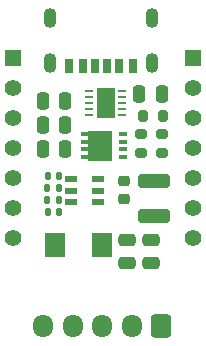
<source format=gbr>
%TF.GenerationSoftware,KiCad,Pcbnew,8.0.8*%
%TF.CreationDate,2025-03-27T14:33:37-07:00*%
%TF.ProjectId,pepper_stepper,70657070-6572-45f7-9374-65707065722e,rev?*%
%TF.SameCoordinates,Original*%
%TF.FileFunction,Soldermask,Top*%
%TF.FilePolarity,Negative*%
%FSLAX46Y46*%
G04 Gerber Fmt 4.6, Leading zero omitted, Abs format (unit mm)*
G04 Created by KiCad (PCBNEW 8.0.8) date 2025-03-27 14:33:37*
%MOMM*%
%LPD*%
G01*
G04 APERTURE LIST*
G04 Aperture macros list*
%AMRoundRect*
0 Rectangle with rounded corners*
0 $1 Rounding radius*
0 $2 $3 $4 $5 $6 $7 $8 $9 X,Y pos of 4 corners*
0 Add a 4 corners polygon primitive as box body*
4,1,4,$2,$3,$4,$5,$6,$7,$8,$9,$2,$3,0*
0 Add four circle primitives for the rounded corners*
1,1,$1+$1,$2,$3*
1,1,$1+$1,$4,$5*
1,1,$1+$1,$6,$7*
1,1,$1+$1,$8,$9*
0 Add four rect primitives between the rounded corners*
20,1,$1+$1,$2,$3,$4,$5,0*
20,1,$1+$1,$4,$5,$6,$7,0*
20,1,$1+$1,$6,$7,$8,$9,0*
20,1,$1+$1,$8,$9,$2,$3,0*%
G04 Aperture macros list end*
%ADD10R,0.660000X0.280000*%
%ADD11R,1.500000X2.500000*%
%ADD12RoundRect,0.200000X0.275000X-0.200000X0.275000X0.200000X-0.275000X0.200000X-0.275000X-0.200000X0*%
%ADD13RoundRect,0.250000X-1.100000X0.325000X-1.100000X-0.325000X1.100000X-0.325000X1.100000X0.325000X0*%
%ADD14RoundRect,0.140000X-0.140000X-0.170000X0.140000X-0.170000X0.140000X0.170000X-0.140000X0.170000X0*%
%ADD15RoundRect,0.135000X0.135000X0.185000X-0.135000X0.185000X-0.135000X-0.185000X0.135000X-0.185000X0*%
%ADD16RoundRect,0.250000X0.250000X0.475000X-0.250000X0.475000X-0.250000X-0.475000X0.250000X-0.475000X0*%
%ADD17RoundRect,0.250000X-0.250000X-0.475000X0.250000X-0.475000X0.250000X0.475000X-0.250000X0.475000X0*%
%ADD18R,1.070000X0.530000*%
%ADD19R,1.400000X1.400000*%
%ADD20C,1.400000*%
%ADD21R,0.800000X0.400000*%
%ADD22R,2.000000X2.600000*%
%ADD23R,1.800000X2.000000*%
%ADD24RoundRect,0.225000X0.250000X-0.225000X0.250000X0.225000X-0.250000X0.225000X-0.250000X-0.225000X0*%
%ADD25RoundRect,0.250000X0.600000X0.725000X-0.600000X0.725000X-0.600000X-0.725000X0.600000X-0.725000X0*%
%ADD26O,1.700000X1.950000*%
%ADD27RoundRect,0.200000X0.200000X0.275000X-0.200000X0.275000X-0.200000X-0.275000X0.200000X-0.275000X0*%
%ADD28RoundRect,0.140000X0.140000X0.170000X-0.140000X0.170000X-0.140000X-0.170000X0.140000X-0.170000X0*%
%ADD29RoundRect,0.200000X-0.275000X0.200000X-0.275000X-0.200000X0.275000X-0.200000X0.275000X0.200000X0*%
%ADD30RoundRect,0.135000X-0.135000X-0.185000X0.135000X-0.185000X0.135000X0.185000X-0.135000X0.185000X0*%
%ADD31RoundRect,0.250000X-0.475000X0.250000X-0.475000X-0.250000X0.475000X-0.250000X0.475000X0.250000X0*%
%ADD32O,1.100000X1.700000*%
%ADD33R,0.700000X1.200000*%
%ADD34R,0.800000X1.200000*%
G04 APERTURE END LIST*
D10*
%TO.C,U1*%
X110833200Y-48004218D03*
X110833200Y-47504218D03*
X110833200Y-47004218D03*
X110833200Y-46504218D03*
X110833200Y-46004218D03*
X108013200Y-46004218D03*
X108013200Y-46504218D03*
X108013200Y-47004218D03*
X108013200Y-47504218D03*
X108013200Y-48004218D03*
D11*
X109423200Y-47004218D03*
%TD*%
D12*
%TO.C,R3*%
X112423600Y-51268818D03*
X112423600Y-49618818D03*
%TD*%
D13*
%TO.C,C12*%
X113538000Y-53643000D03*
X113538000Y-56593000D03*
%TD*%
D14*
%TO.C,C17*%
X104509600Y-53232218D03*
X105469600Y-53232218D03*
%TD*%
D15*
%TO.C,R16*%
X105499600Y-54248218D03*
X104479600Y-54248218D03*
%TD*%
D16*
%TO.C,C3*%
X106022800Y-48880718D03*
X104122800Y-48880718D03*
%TD*%
D17*
%TO.C,C2*%
X104122800Y-46848718D03*
X106022800Y-46848718D03*
%TD*%
D18*
%TO.C,U5*%
X108813600Y-55386218D03*
X108813600Y-54436218D03*
X108813600Y-53486218D03*
X106513600Y-53486218D03*
X106513600Y-54436218D03*
X106513600Y-55386218D03*
%TD*%
D19*
%TO.C,H1*%
X101600000Y-43180000D03*
D20*
X101600000Y-45720000D03*
X101600000Y-48260000D03*
X101600000Y-50800000D03*
X101600000Y-53340000D03*
X101600000Y-55880000D03*
X101600000Y-58420000D03*
%TD*%
D21*
%TO.C,Q1*%
X110865200Y-51591018D03*
X110865200Y-50931018D03*
X110865200Y-50281018D03*
X110865200Y-49631018D03*
X107665200Y-49631018D03*
X107665200Y-50281018D03*
X107665200Y-50931018D03*
X107665200Y-51591018D03*
D22*
X108915200Y-50611018D03*
%TD*%
D23*
%TO.C,L2*%
X105148600Y-59074218D03*
X109148600Y-59074218D03*
%TD*%
D24*
%TO.C,C13*%
X110998000Y-55131000D03*
X110998000Y-53581000D03*
%TD*%
D16*
%TO.C,C1*%
X114166000Y-46250818D03*
X112266000Y-46250818D03*
%TD*%
D25*
%TO.C,J1*%
X114140000Y-65913000D03*
D26*
X111640000Y-65913000D03*
X109140000Y-65913000D03*
X106640000Y-65913000D03*
X104140000Y-65913000D03*
%TD*%
D27*
%TO.C,R1*%
X114279800Y-48118718D03*
X112629800Y-48118718D03*
%TD*%
D16*
%TO.C,C4*%
X106022800Y-50912718D03*
X104122800Y-50912718D03*
%TD*%
D19*
%TO.C,H2*%
X116840000Y-43180000D03*
D20*
X116840000Y-45720000D03*
X116840000Y-48260000D03*
X116840000Y-50800000D03*
X116840000Y-53340000D03*
X116840000Y-55880000D03*
X116840000Y-58420000D03*
%TD*%
D28*
%TO.C,C14*%
X105469600Y-56280218D03*
X104509600Y-56280218D03*
%TD*%
D29*
%TO.C,R2*%
X114201600Y-49618818D03*
X114201600Y-51268818D03*
%TD*%
D30*
%TO.C,R17*%
X104479600Y-55264218D03*
X105499600Y-55264218D03*
%TD*%
D31*
%TO.C,C15*%
X111212600Y-58632218D03*
X111212600Y-60532218D03*
%TD*%
D32*
%TO.C,USB1*%
X113355200Y-43641018D03*
X113355200Y-39831018D03*
X104715200Y-43641018D03*
X104715200Y-39831018D03*
D33*
X109535200Y-43891018D03*
X107535200Y-43891018D03*
D34*
X106335200Y-43891018D03*
D33*
X108535200Y-43891018D03*
X110535200Y-43891018D03*
D34*
X111735200Y-43891018D03*
%TD*%
D31*
%TO.C,C16*%
X113244600Y-58632218D03*
X113244600Y-60532218D03*
%TD*%
M02*

</source>
